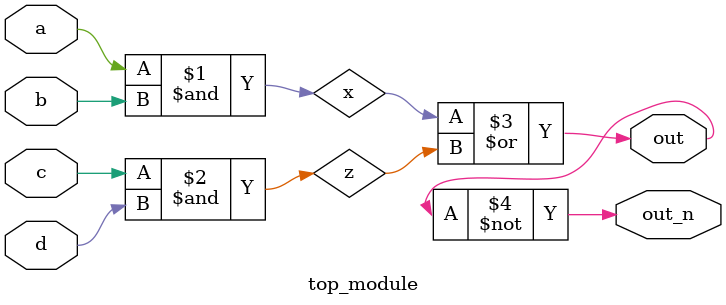
<source format=v>
`default_nettype none
module top_module(
    input a,
    input b,
    input c,
    input d,
    output out,
    output out_n   ); 
    wire x,z;
    assign x=a&b;
    assign z=c&d;
    assign out=x|z;
    assign out_n=~out;

endmodule

</source>
